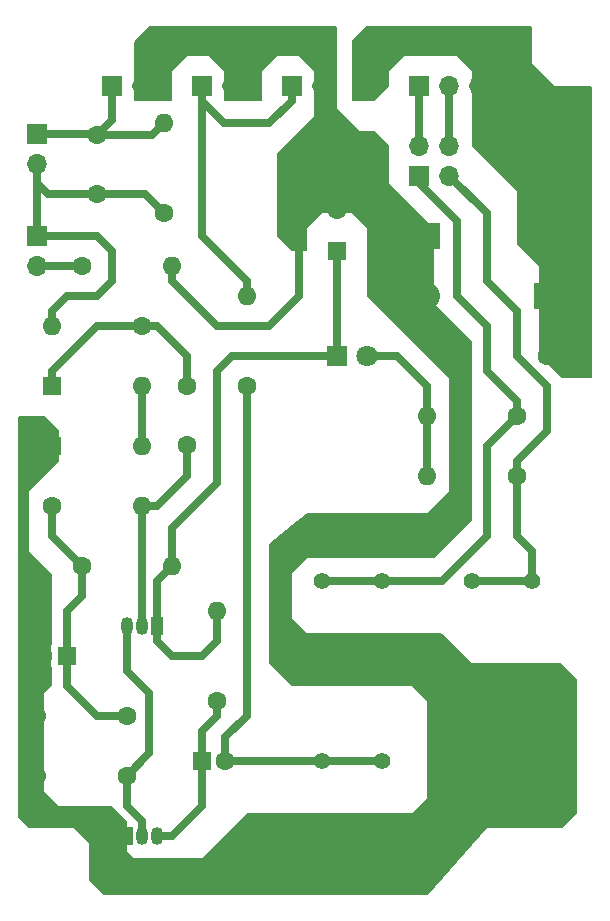
<source format=gbr>
%TF.GenerationSoftware,KiCad,Pcbnew,(6.0.2)*%
%TF.CreationDate,2022-04-03T01:31:02+08:00*%
%TF.ProjectId,BoHansen_DI,426f4861-6e73-4656-9e5f-44492e6b6963,rev?*%
%TF.SameCoordinates,Original*%
%TF.FileFunction,Copper,L1,Top*%
%TF.FilePolarity,Positive*%
%FSLAX46Y46*%
G04 Gerber Fmt 4.6, Leading zero omitted, Abs format (unit mm)*
G04 Created by KiCad (PCBNEW (6.0.2)) date 2022-04-03 01:31:02*
%MOMM*%
%LPD*%
G01*
G04 APERTURE LIST*
%TA.AperFunction,ComponentPad*%
%ADD10O,1.600000X1.600000*%
%TD*%
%TA.AperFunction,ComponentPad*%
%ADD11C,1.600000*%
%TD*%
%TA.AperFunction,ComponentPad*%
%ADD12R,1.600000X1.600000*%
%TD*%
%TA.AperFunction,ComponentPad*%
%ADD13O,1.700000X1.700000*%
%TD*%
%TA.AperFunction,ComponentPad*%
%ADD14R,1.700000X1.700000*%
%TD*%
%TA.AperFunction,ComponentPad*%
%ADD15O,2.200000X2.200000*%
%TD*%
%TA.AperFunction,ComponentPad*%
%ADD16R,2.200000X2.200000*%
%TD*%
%TA.AperFunction,ComponentPad*%
%ADD17C,1.400000*%
%TD*%
%TA.AperFunction,ComponentPad*%
%ADD18O,1.050000X1.500000*%
%TD*%
%TA.AperFunction,ComponentPad*%
%ADD19R,1.050000X1.500000*%
%TD*%
%TA.AperFunction,ComponentPad*%
%ADD20C,1.800000*%
%TD*%
%TA.AperFunction,ComponentPad*%
%ADD21R,1.800000X1.800000*%
%TD*%
%TA.AperFunction,Conductor*%
%ADD22C,0.635000*%
%TD*%
G04 APERTURE END LIST*
D10*
%TO.P,R4,2*%
%TO.N,Net-(C2-Pad2)*%
X140970000Y-96520000D03*
D11*
%TO.P,R4,1*%
%TO.N,Net-(C4-Pad1)*%
X133350000Y-96520000D03*
%TD*%
%TO.P,C2,2*%
%TO.N,Net-(C2-Pad2)*%
X144780000Y-91360000D03*
%TO.P,C2,1*%
%TO.N,Net-(C2-Pad1)*%
X144780000Y-86360000D03*
%TD*%
D10*
%TO.P,R11,2*%
%TO.N,Net-(D3-Pad2)*%
X165100000Y-88900000D03*
D11*
%TO.P,R11,1*%
%TO.N,Net-(R11-Pad1)*%
X172720000Y-88900000D03*
%TD*%
D10*
%TO.P,R1,2*%
%TO.N,Net-(C1-Pad2)*%
X142875000Y-64135000D03*
D11*
%TO.P,R1,1*%
%TO.N,Net-(C1-Pad1)*%
X142875000Y-71755000D03*
%TD*%
D10*
%TO.P,D2,2,A*%
%TO.N,Net-(D1-Pad2)*%
X140970000Y-91440000D03*
D12*
%TO.P,D2,1,K*%
%TO.N,GND1*%
X133350000Y-91440000D03*
%TD*%
D10*
%TO.P,R8,2*%
%TO.N,Net-(C3-Pad1)*%
X147320000Y-105410000D03*
D11*
%TO.P,R8,1*%
%TO.N,Net-(C5-Pad1)*%
X147320000Y-113030000D03*
%TD*%
D13*
%TO.P,SW4,2,B*%
%TO.N,GND1*%
X156205000Y-60960000D03*
D14*
%TO.P,SW4,1,A*%
%TO.N,Net-(J2-Pad1)*%
X153665000Y-60960000D03*
%TD*%
D13*
%TO.P,J2,2,Pin_2*%
%TO.N,GND1*%
X148585000Y-60960000D03*
D14*
%TO.P,J2,1,Pin_1*%
%TO.N,Net-(J2-Pad1)*%
X146045000Y-60960000D03*
%TD*%
D13*
%TO.P,J1,2,Pin_2*%
%TO.N,GND1*%
X140965000Y-60960000D03*
D14*
%TO.P,J1,1,Pin_1*%
%TO.N,Net-(C1-Pad2)*%
X138425000Y-60960000D03*
%TD*%
D11*
%TO.P,C1,2*%
%TO.N,Net-(C1-Pad2)*%
X137160000Y-65150000D03*
%TO.P,C1,1*%
%TO.N,Net-(C1-Pad1)*%
X137160000Y-70150000D03*
%TD*%
D13*
%TO.P,SW2,2,B*%
%TO.N,Net-(R2-Pad1)*%
X132080000Y-76200000D03*
D14*
%TO.P,SW2,1,A*%
%TO.N,Net-(C1-Pad1)*%
X132080000Y-73660000D03*
%TD*%
D10*
%TO.P,R5,2*%
%TO.N,Net-(C3-Pad1)*%
X143510000Y-101600000D03*
D11*
%TO.P,R5,1*%
%TO.N,Net-(C4-Pad1)*%
X135890000Y-101600000D03*
%TD*%
%TO.P,C3,2*%
%TO.N,GND1*%
X157480000Y-71430000D03*
D12*
%TO.P,C3,1*%
%TO.N,Net-(C3-Pad1)*%
X157480000Y-74930000D03*
%TD*%
D11*
%TO.P,C6,2*%
%TO.N,GND2*%
X160020000Y-61000000D03*
%TO.P,C6,1*%
%TO.N,GND1*%
X160020000Y-66000000D03*
%TD*%
D15*
%TO.P,D5,2,A*%
%TO.N,GND2*%
X175260000Y-73660000D03*
D16*
%TO.P,D5,1,K*%
%TO.N,GND1*%
X165100000Y-73660000D03*
%TD*%
D17*
%TO.P,T1,MH1,SCREEN*%
%TO.N,GND1*%
X153670000Y-110490000D03*
%TO.P,T1,B4,SECONDARY_1_2*%
X173990000Y-118110000D03*
%TO.P,T1,B3,SECONDARY_2_2*%
X168910000Y-118110000D03*
%TO.P,T1,B2,SECONDARY_1_1*%
%TO.N,Net-(C5-Pad2)*%
X161290000Y-118110000D03*
%TO.P,T1,B1,SECONDARY_2_1*%
X156210000Y-118110000D03*
%TO.P,T1,A4,PRIMARY_2_2*%
%TO.N,Net-(R11-Pad1)*%
X156210000Y-102870000D03*
%TO.P,T1,A3,PRIMARY_1_2*%
X161290000Y-102870000D03*
%TO.P,T1,A2,PRIMARY_2_1*%
%TO.N,Net-(R10-Pad1)*%
X168910000Y-102870000D03*
%TO.P,T1,A1,PRIMARY_1_1*%
X173990000Y-102870000D03*
%TD*%
D10*
%TO.P,R9,2*%
%TO.N,GND1*%
X167640000Y-83820000D03*
D11*
%TO.P,R9,1*%
%TO.N,GND2*%
X175260000Y-83820000D03*
%TD*%
D13*
%TO.P,SW3,4,4*%
%TO.N,Net-(J3-Pad2)*%
X167000000Y-66040000D03*
%TO.P,SW3,3,3*%
%TO.N,Net-(R10-Pad1)*%
X167000000Y-68580000D03*
%TO.P,SW3,2,2*%
%TO.N,Net-(J3-Pad1)*%
X164460000Y-66040000D03*
D14*
%TO.P,SW3,1,1*%
%TO.N,Net-(R11-Pad1)*%
X164460000Y-68580000D03*
%TD*%
D11*
%TO.P,C5,2*%
%TO.N,Net-(C5-Pad2)*%
X148050000Y-118110000D03*
D12*
%TO.P,C5,1*%
%TO.N,Net-(C5-Pad1)*%
X146050000Y-118110000D03*
%TD*%
D10*
%TO.P,R10,2*%
%TO.N,Net-(D3-Pad2)*%
X165100000Y-93980000D03*
D11*
%TO.P,R10,1*%
%TO.N,Net-(R10-Pad1)*%
X172720000Y-93980000D03*
%TD*%
%TO.P,C4,2*%
%TO.N,GND1*%
X132620000Y-109220000D03*
D12*
%TO.P,C4,1*%
%TO.N,Net-(C4-Pad1)*%
X134620000Y-109220000D03*
%TD*%
D10*
%TO.P,R6,2*%
%TO.N,GND1*%
X132080000Y-114300000D03*
D11*
%TO.P,R6,1*%
%TO.N,Net-(C4-Pad1)*%
X139700000Y-114300000D03*
%TD*%
D10*
%TO.P,R12,2*%
%TO.N,Net-(J2-Pad1)*%
X149860000Y-78740000D03*
D11*
%TO.P,R12,1*%
%TO.N,Net-(C5-Pad2)*%
X149860000Y-86360000D03*
%TD*%
D15*
%TO.P,D4,2,A*%
%TO.N,GND1*%
X165100000Y-78740000D03*
D16*
%TO.P,D4,1,K*%
%TO.N,GND2*%
X175260000Y-78740000D03*
%TD*%
D18*
%TO.P,Q2,3,E*%
%TO.N,Net-(C5-Pad1)*%
X142240000Y-124460000D03*
%TO.P,Q2,2,B*%
%TO.N,Net-(Q1-Pad3)*%
X140970000Y-124460000D03*
D19*
%TO.P,Q2,1,C*%
%TO.N,GND1*%
X139700000Y-124460000D03*
%TD*%
D20*
%TO.P,D3,2,A*%
%TO.N,Net-(D3-Pad2)*%
X160020000Y-83820000D03*
D21*
%TO.P,D3,1,K*%
%TO.N,Net-(C3-Pad1)*%
X157480000Y-83820000D03*
%TD*%
D10*
%TO.P,R3,2*%
%TO.N,Net-(C1-Pad1)*%
X133350000Y-81280000D03*
D11*
%TO.P,R3,1*%
%TO.N,Net-(C2-Pad1)*%
X140970000Y-81280000D03*
%TD*%
D10*
%TO.P,D1,2,A*%
%TO.N,Net-(D1-Pad2)*%
X140970000Y-86360000D03*
D12*
%TO.P,D1,1,K*%
%TO.N,Net-(C2-Pad1)*%
X133350000Y-86360000D03*
%TD*%
D10*
%TO.P,R2,2*%
%TO.N,GND1*%
X143510000Y-76200000D03*
D11*
%TO.P,R2,1*%
%TO.N,Net-(R2-Pad1)*%
X135890000Y-76200000D03*
%TD*%
D13*
%TO.P,SW1,2,B*%
%TO.N,Net-(C1-Pad1)*%
X132080000Y-67610000D03*
D14*
%TO.P,SW1,1,A*%
%TO.N,Net-(C1-Pad2)*%
X132080000Y-65070000D03*
%TD*%
D13*
%TO.P,J3,4,Pin_4*%
%TO.N,GND2*%
X172095000Y-60960000D03*
%TO.P,J3,3,Pin_3*%
X169555000Y-60960000D03*
%TO.P,J3,2,Pin_2*%
%TO.N,Net-(J3-Pad2)*%
X167015000Y-60960000D03*
D14*
%TO.P,J3,1,Pin_1*%
%TO.N,Net-(J3-Pad1)*%
X164475000Y-60960000D03*
%TD*%
D10*
%TO.P,R7,2*%
%TO.N,GND1*%
X132080000Y-119380000D03*
D11*
%TO.P,R7,1*%
%TO.N,Net-(Q1-Pad3)*%
X139700000Y-119380000D03*
%TD*%
D18*
%TO.P,Q1,3,E*%
%TO.N,Net-(Q1-Pad3)*%
X139700000Y-106680000D03*
%TO.P,Q1,2,B*%
%TO.N,Net-(C2-Pad2)*%
X140970000Y-106680000D03*
D19*
%TO.P,Q1,1,C*%
%TO.N,Net-(C3-Pad1)*%
X142240000Y-106680000D03*
%TD*%
D22*
%TO.N,Net-(C1-Pad1)*%
X141270000Y-70150000D02*
X142875000Y-71755000D01*
X137160000Y-70150000D02*
X141270000Y-70150000D01*
%TO.N,Net-(C1-Pad2)*%
X137160000Y-65150000D02*
X141860000Y-65150000D01*
X141860000Y-65150000D02*
X142875000Y-64135000D01*
%TO.N,Net-(R10-Pad1)*%
X167000000Y-68580000D02*
X170180000Y-71760000D01*
X173990000Y-102870000D02*
X168910000Y-102870000D01*
X172720000Y-80010000D02*
X172720000Y-83820000D01*
X173990000Y-102870000D02*
X173990000Y-100330000D01*
X172720000Y-92710000D02*
X172720000Y-93980000D01*
X172720000Y-83820000D02*
X175260000Y-86360000D01*
X175260000Y-86360000D02*
X175260000Y-90170000D01*
X170180000Y-77470000D02*
X172720000Y-80010000D01*
X173990000Y-100330000D02*
X172720000Y-99060000D01*
X170180000Y-71760000D02*
X170180000Y-77470000D01*
X175260000Y-90170000D02*
X172720000Y-92710000D01*
X172720000Y-99060000D02*
X172720000Y-93980000D01*
%TO.N,Net-(J2-Pad1)*%
X146045000Y-73655000D02*
X146045000Y-60960000D01*
X146045000Y-60960000D02*
X146045000Y-62230000D01*
X149860000Y-77470000D02*
X146045000Y-73655000D01*
X151760000Y-64135000D02*
X153665000Y-62230000D01*
X147950000Y-64135000D02*
X151760000Y-64135000D01*
X146045000Y-62230000D02*
X147950000Y-64135000D01*
X153665000Y-62230000D02*
X153665000Y-60960000D01*
X149860000Y-78740000D02*
X149860000Y-77470000D01*
%TO.N,GND1*%
X147320000Y-81280000D02*
X151765000Y-81280000D01*
X151765000Y-81280000D02*
X154305000Y-78740000D01*
X155575000Y-70485000D02*
X156535000Y-70485000D01*
X154305000Y-71755000D02*
X155575000Y-70485000D01*
X154305000Y-78740000D02*
X154305000Y-71755000D01*
X156535000Y-70485000D02*
X157480000Y-71430000D01*
X143510000Y-76200000D02*
X143510000Y-77470000D01*
X143510000Y-77470000D02*
X147320000Y-81280000D01*
%TO.N,Net-(D3-Pad2)*%
X162560000Y-83820000D02*
X165100000Y-86360000D01*
X165100000Y-86360000D02*
X165100000Y-88900000D01*
X165100000Y-93980000D02*
X165100000Y-88900000D01*
X160020000Y-83820000D02*
X162560000Y-83820000D01*
%TO.N,Net-(C1-Pad1)*%
X138430000Y-74930000D02*
X138430000Y-77470000D01*
X132080000Y-73660000D02*
X137160000Y-73660000D01*
X132080000Y-67610000D02*
X132080000Y-73660000D01*
X132080000Y-69215000D02*
X133015000Y-70150000D01*
X132080000Y-67610000D02*
X132080000Y-69215000D01*
X133015000Y-70150000D02*
X137160000Y-70150000D01*
X137160000Y-78740000D02*
X134620000Y-78740000D01*
X138430000Y-77470000D02*
X137160000Y-78740000D01*
X133350000Y-80010000D02*
X133350000Y-81280000D01*
X134620000Y-78740000D02*
X133350000Y-80010000D01*
X137160000Y-73660000D02*
X138430000Y-74930000D01*
%TO.N,Net-(C1-Pad2)*%
X132080000Y-65070000D02*
X137080000Y-65070000D01*
X137080000Y-65070000D02*
X137160000Y-65150000D01*
X138430000Y-63880000D02*
X137160000Y-65150000D01*
X138430000Y-62865000D02*
X138430000Y-63880000D01*
X138425000Y-62860000D02*
X138430000Y-62865000D01*
X138425000Y-60960000D02*
X138425000Y-62860000D01*
%TO.N,Net-(R2-Pad1)*%
X132080000Y-76200000D02*
X135890000Y-76200000D01*
%TO.N,Net-(C2-Pad1)*%
X133350000Y-85090000D02*
X133350000Y-86360000D01*
X144780000Y-83820000D02*
X144780000Y-86360000D01*
X142240000Y-81280000D02*
X144780000Y-83820000D01*
X140970000Y-81280000D02*
X142240000Y-81280000D01*
X140970000Y-81280000D02*
X137160000Y-81280000D01*
X137160000Y-81280000D02*
X133350000Y-85090000D01*
%TO.N,Net-(C4-Pad1)*%
X135890000Y-101600000D02*
X135890000Y-104140000D01*
X137160000Y-114300000D02*
X134620000Y-111760000D01*
X133350000Y-96520000D02*
X133350000Y-99060000D01*
X139700000Y-114300000D02*
X137160000Y-114300000D01*
X134620000Y-111760000D02*
X134620000Y-109220000D01*
X135890000Y-104140000D02*
X134620000Y-105410000D01*
X133350000Y-99060000D02*
X135890000Y-101600000D01*
X134620000Y-105410000D02*
X134620000Y-109220000D01*
%TO.N,Net-(C2-Pad2)*%
X142240000Y-96520000D02*
X140970000Y-96520000D01*
X140970000Y-106680000D02*
X140970000Y-96520000D01*
X144780000Y-93980000D02*
X142240000Y-96520000D01*
X144780000Y-91360000D02*
X144780000Y-93980000D01*
%TO.N,Net-(C3-Pad1)*%
X157480000Y-83820000D02*
X157480000Y-74930000D01*
X147320000Y-85090000D02*
X147320000Y-94615000D01*
X147320000Y-94615000D02*
X143510000Y-98425000D01*
X148590000Y-83820000D02*
X147320000Y-85090000D01*
X147320000Y-107950000D02*
X147320000Y-105410000D01*
X142240000Y-102870000D02*
X143510000Y-101600000D01*
X143510000Y-109220000D02*
X146050000Y-109220000D01*
X142240000Y-106680000D02*
X142240000Y-102870000D01*
X146050000Y-109220000D02*
X147320000Y-107950000D01*
X142240000Y-107950000D02*
X143510000Y-109220000D01*
X157480000Y-83820000D02*
X148590000Y-83820000D01*
X143510000Y-98425000D02*
X143510000Y-101600000D01*
X142240000Y-106680000D02*
X142240000Y-107950000D01*
%TO.N,Net-(Q1-Pad3)*%
X141605000Y-112395000D02*
X141605000Y-117475000D01*
X139700000Y-121920000D02*
X139700000Y-119380000D01*
X139700000Y-106680000D02*
X139700000Y-110490000D01*
X140970000Y-123190000D02*
X139700000Y-121920000D01*
X141605000Y-117475000D02*
X139700000Y-119380000D01*
X139700000Y-110490000D02*
X141605000Y-112395000D01*
X140970000Y-124460000D02*
X140970000Y-123190000D01*
%TO.N,Net-(C5-Pad1)*%
X142240000Y-124460000D02*
X143510000Y-124460000D01*
X143510000Y-124460000D02*
X146050000Y-121920000D01*
X147320000Y-114300000D02*
X147320000Y-113030000D01*
X146050000Y-118110000D02*
X146050000Y-115570000D01*
X146050000Y-115570000D02*
X147320000Y-114300000D01*
X146050000Y-121920000D02*
X146050000Y-118110000D01*
%TO.N,Net-(D1-Pad2)*%
X140970000Y-86360000D02*
X140970000Y-91440000D01*
%TO.N,Net-(J3-Pad2)*%
X167000000Y-60975000D02*
X167015000Y-60960000D01*
X167000000Y-66040000D02*
X167000000Y-60975000D01*
%TO.N,Net-(C5-Pad2)*%
X148050000Y-118110000D02*
X148050000Y-116110000D01*
X161290000Y-118110000D02*
X156210000Y-118110000D01*
X148050000Y-116110000D02*
X149860000Y-114300000D01*
X156210000Y-118110000D02*
X148050000Y-118110000D01*
X149860000Y-114300000D02*
X149860000Y-86360000D01*
%TO.N,Net-(R11-Pad1)*%
X172720000Y-87630000D02*
X172720000Y-88900000D01*
X164460000Y-69210000D02*
X167640000Y-72390000D01*
X167640000Y-78740000D02*
X170180000Y-81280000D01*
X167640000Y-72390000D02*
X167640000Y-78740000D01*
X166370000Y-102870000D02*
X170180000Y-99060000D01*
X164460000Y-68580000D02*
X164460000Y-69210000D01*
X170180000Y-91440000D02*
X172720000Y-88900000D01*
X161290000Y-102870000D02*
X166370000Y-102870000D01*
X170180000Y-81280000D02*
X170180000Y-85090000D01*
X156210000Y-102870000D02*
X161290000Y-102870000D01*
X170180000Y-85090000D02*
X172720000Y-87630000D01*
X170180000Y-99060000D02*
X170180000Y-91440000D01*
%TO.N,Net-(J3-Pad1)*%
X164460000Y-66040000D02*
X164460000Y-60975000D01*
X164460000Y-60975000D02*
X164475000Y-60960000D01*
%TD*%
%TA.AperFunction,Conductor*%
%TO.N,GND1*%
G36*
X157422121Y-55900002D02*
G01*
X157468614Y-55953658D01*
X157480000Y-56006000D01*
X157480000Y-62865000D01*
X159385000Y-64770000D01*
X160602810Y-64770000D01*
X160670931Y-64790002D01*
X160691905Y-64806905D01*
X161888095Y-66003095D01*
X161922121Y-66065407D01*
X161925000Y-66092190D01*
X161925000Y-69215000D01*
X165698095Y-72988095D01*
X165732121Y-73050407D01*
X165735000Y-73077190D01*
X165735000Y-79375000D01*
X168873095Y-82513095D01*
X168907121Y-82575407D01*
X168910000Y-82602190D01*
X168910000Y-97737810D01*
X168889998Y-97805931D01*
X168873095Y-97826905D01*
X165771905Y-100928095D01*
X165709593Y-100962121D01*
X165682810Y-100965000D01*
X154940000Y-100965000D01*
X153670000Y-102235000D01*
X153670000Y-106045000D01*
X154940000Y-107315000D01*
X166317810Y-107315000D01*
X166385931Y-107335002D01*
X166406905Y-107351905D01*
X168910000Y-109855000D01*
X176477810Y-109855000D01*
X176545931Y-109875002D01*
X176566905Y-109891905D01*
X177763095Y-111088095D01*
X177797121Y-111150407D01*
X177800000Y-111177190D01*
X177800000Y-122502810D01*
X177779998Y-122570931D01*
X177763095Y-122591905D01*
X176566905Y-123788095D01*
X176504593Y-123822121D01*
X176477810Y-123825000D01*
X170180000Y-123825000D01*
X165180258Y-129449710D01*
X165120051Y-129487335D01*
X165086084Y-129492000D01*
X137799190Y-129492000D01*
X137731069Y-129471998D01*
X137710095Y-129455095D01*
X136561905Y-128306905D01*
X136527879Y-128244593D01*
X136525000Y-128217810D01*
X136525000Y-125095000D01*
X135255000Y-123825000D01*
X131497190Y-123825000D01*
X131429069Y-123804998D01*
X131408095Y-123788095D01*
X130544905Y-122924905D01*
X130510879Y-122862593D01*
X130508000Y-122835810D01*
X130508000Y-89026000D01*
X130528002Y-88957879D01*
X130581658Y-88911386D01*
X130634000Y-88900000D01*
X132662810Y-88900000D01*
X132730931Y-88920002D01*
X132751905Y-88936905D01*
X133948095Y-90133095D01*
X133982121Y-90195407D01*
X133985000Y-90222190D01*
X133985000Y-92657810D01*
X133964998Y-92725931D01*
X133948095Y-92746905D01*
X131445000Y-95250000D01*
X131445000Y-100330000D01*
X133313095Y-102198095D01*
X133347121Y-102260407D01*
X133350000Y-102287190D01*
X133350000Y-108202163D01*
X133341982Y-108246392D01*
X133322444Y-108298511D01*
X133318255Y-108309684D01*
X133311500Y-108371866D01*
X133311500Y-110068134D01*
X133318255Y-110130316D01*
X133321027Y-110137709D01*
X133321027Y-110137711D01*
X133341982Y-110193608D01*
X133350000Y-110237837D01*
X133350000Y-111707810D01*
X133329998Y-111775931D01*
X133313095Y-111796905D01*
X132715000Y-112395000D01*
X132715000Y-120650000D01*
X133985000Y-121920000D01*
X138377810Y-121920000D01*
X138445931Y-121940002D01*
X138466905Y-121956905D01*
X139663095Y-123153095D01*
X139697121Y-123215407D01*
X139700000Y-123242190D01*
X139700000Y-125730000D01*
X140335000Y-126365000D01*
X146050000Y-126365000D01*
X149823095Y-122591905D01*
X149885407Y-122557879D01*
X149912190Y-122555000D01*
X163830000Y-122555000D01*
X165100000Y-121285000D01*
X165100000Y-113030000D01*
X163830000Y-111760000D01*
X153722190Y-111760000D01*
X153654069Y-111739998D01*
X153633095Y-111723095D01*
X151801905Y-109891905D01*
X151767879Y-109829593D01*
X151765000Y-109802810D01*
X151765000Y-99755559D01*
X151785002Y-99687438D01*
X151812288Y-99657170D01*
X154146250Y-97790000D01*
X154905487Y-97182611D01*
X154971175Y-97155675D01*
X154984198Y-97155000D01*
X165100000Y-97155000D01*
X167005000Y-95250000D01*
X167005000Y-85725000D01*
X160056905Y-78776905D01*
X160022879Y-78714593D01*
X160020000Y-78687810D01*
X160020000Y-73025000D01*
X158750000Y-71755000D01*
X156210000Y-71755000D01*
X154940000Y-73025000D01*
X154940000Y-74804000D01*
X154919998Y-74872121D01*
X154866342Y-74918614D01*
X154814000Y-74930000D01*
X153722190Y-74930000D01*
X153654069Y-74909998D01*
X153633095Y-74893095D01*
X152436905Y-73696905D01*
X152402879Y-73634593D01*
X152400000Y-73607810D01*
X152400000Y-66727190D01*
X152420002Y-66659069D01*
X152436905Y-66638095D01*
X155575000Y-63500000D01*
X155575000Y-59690000D01*
X154305000Y-58420000D01*
X152400000Y-58420000D01*
X151130000Y-59690000D01*
X151130000Y-62104000D01*
X151109998Y-62172121D01*
X151056342Y-62218614D01*
X151004000Y-62230000D01*
X148081000Y-62230000D01*
X148012879Y-62209998D01*
X147966386Y-62156342D01*
X147955000Y-62104000D01*
X147955000Y-59690000D01*
X146685000Y-58420000D01*
X144780000Y-58420000D01*
X143510000Y-59690000D01*
X143510000Y-62104000D01*
X143489998Y-62172121D01*
X143436342Y-62218614D01*
X143384000Y-62230000D01*
X140461000Y-62230000D01*
X140392879Y-62209998D01*
X140346386Y-62156342D01*
X140335000Y-62104000D01*
X140335000Y-57202190D01*
X140355002Y-57134069D01*
X140371905Y-57113095D01*
X141568095Y-55916905D01*
X141630407Y-55882879D01*
X141657190Y-55880000D01*
X157354000Y-55880000D01*
X157422121Y-55900002D01*
G37*
%TD.AperFunction*%
%TD*%
%TA.AperFunction,Conductor*%
%TO.N,GND2*%
G36*
X173932121Y-55900002D02*
G01*
X173978614Y-55953658D01*
X173990000Y-56006000D01*
X173990000Y-59055000D01*
X175895000Y-60960000D01*
X178944000Y-60960000D01*
X179012121Y-60980002D01*
X179058614Y-61033658D01*
X179070000Y-61086000D01*
X179070000Y-85599000D01*
X179049998Y-85667121D01*
X178996342Y-85713614D01*
X178944000Y-85725000D01*
X176582190Y-85725000D01*
X176514069Y-85704998D01*
X176493095Y-85688095D01*
X174661905Y-83856905D01*
X174627879Y-83794593D01*
X174625000Y-83767810D01*
X174625000Y-76200000D01*
X172756905Y-74331905D01*
X172722879Y-74269593D01*
X172720000Y-74242810D01*
X172720000Y-69850000D01*
X168946905Y-66076905D01*
X168912879Y-66014593D01*
X168910000Y-65987810D01*
X168910000Y-59690000D01*
X167640000Y-58420000D01*
X163195000Y-58420000D01*
X161925000Y-59690000D01*
X161925000Y-60907810D01*
X161904998Y-60975931D01*
X161888095Y-60996905D01*
X160691905Y-62193095D01*
X160629593Y-62227121D01*
X160602810Y-62230000D01*
X158876000Y-62230000D01*
X158807879Y-62209998D01*
X158761386Y-62156342D01*
X158750000Y-62104000D01*
X158750000Y-57202190D01*
X158770002Y-57134069D01*
X158786905Y-57113095D01*
X159983095Y-55916905D01*
X160045407Y-55882879D01*
X160072190Y-55880000D01*
X173864000Y-55880000D01*
X173932121Y-55900002D01*
G37*
%TD.AperFunction*%
%TD*%
M02*

</source>
